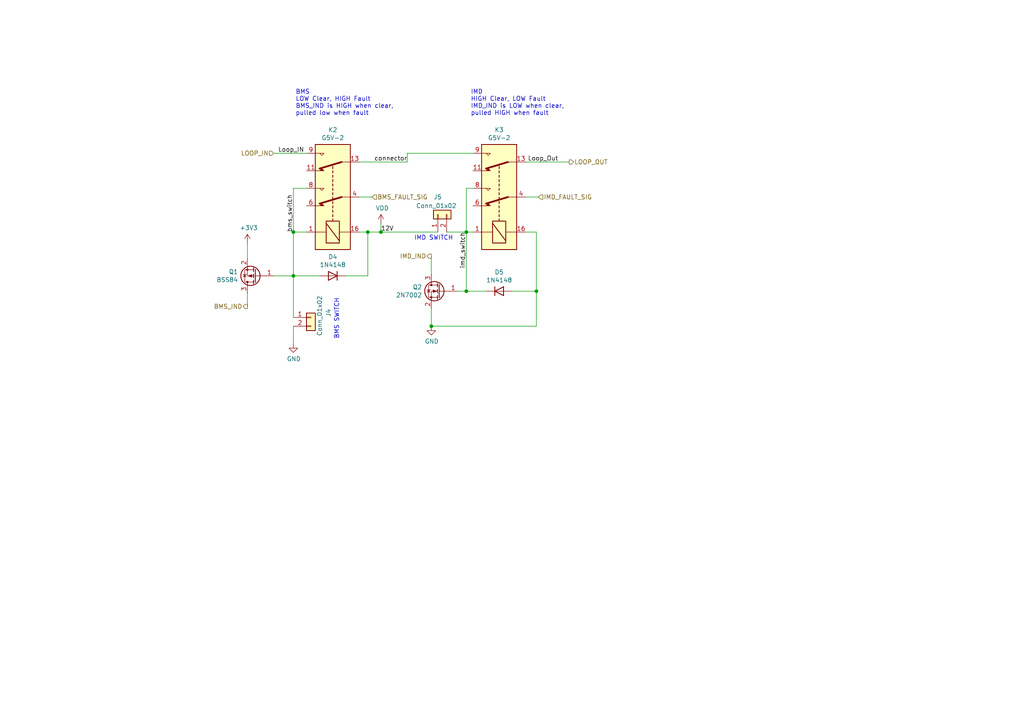
<source format=kicad_sch>
(kicad_sch (version 20211123) (generator eeschema)
  (paper "A4")
  (lib_symbols
    (symbol "Connector_Generic:Conn_01x02" (pin_names (offset 1.016) hide)
      (property "Reference" "J" (at 0 2.54 0))
      (property "Value" "Conn_01x02" (at 0 -5.08 0))
      (symbol "Conn_01x02_1_1"
        (rectangle (start -1.27 -2.413) (end 0 -2.667) (stroke (width 0.1524)))
        (rectangle (start -1.27 0.127) (end 0 -0.127) (stroke (width 0.1524)))
        (rectangle (start -1.27 1.27) (end 1.27 -3.81) (stroke (width 0.254)) (fill (type background)))
        (pin passive line (at -5.08 0 0) (length 3.81) (name "Pin_1") (number "1"))
        (pin passive line (at -5.08 -2.54 0) (length 3.81) (name "Pin_2") (number "2"))
      )
    )
    (symbol "Diode:1N4148" (pin_numbers hide) (pin_names (offset 1.016) hide)
      (property "Reference" "D" (at 0 2.54 0))
      (property "Value" "1N4148" (at 0 -2.54 0))
      (symbol "1N4148_0_1"
        (polyline (pts (xy -1.27 1.27) (xy -1.27 -1.27)) (stroke (width 0.254)))
        (polyline (pts (xy 1.27 0) (xy -1.27 0)))
        (polyline (pts (xy 1.27 1.27) (xy 1.27 -1.27) (xy -1.27 0) (xy 1.27 1.27)) (stroke (width 0.254)))
      )
      (symbol "1N4148_1_1"
        (pin passive line (at -3.81 0 0) (length 2.54) (name "K") (number "1"))
        (pin passive line (at 3.81 0 180) (length 2.54) (name "A") (number "2"))
      )
    )
    (symbol "Relay:G5V-2"
      (property "Reference" "K" (at 16.51 3.81 0))
      (property "Value" "G5V-2" (at 16.51 1.27 0))
      (symbol "G5V-2_0_1"
        (rectangle (start -15.24 5.08) (end 15.24 -5.08) (stroke (width 0.254)) (fill (type background)))
        (rectangle (start -13.335 1.905) (end -6.985 -1.905) (stroke (width 0.254)))
        (polyline (pts (xy -12.7 -1.905) (xy -7.62 1.905)) (stroke (width 0.254)))
        (polyline (pts (xy -10.16 -5.08) (xy -10.16 -1.905)))
        (polyline (pts (xy -10.16 5.08) (xy -10.16 1.905)))
        (polyline (pts (xy -6.985 0) (xy -6.35 0)) (stroke (width 0.254)))
        (polyline (pts (xy -5.715 0) (xy -5.08 0)) (stroke (width 0.254)))
        (polyline (pts (xy -4.445 0) (xy -3.81 0)) (stroke (width 0.254)))
        (polyline (pts (xy -3.175 0) (xy -2.54 0)) (stroke (width 0.254)))
        (polyline (pts (xy -1.905 0) (xy -1.27 0)) (stroke (width 0.254)))
        (polyline (pts (xy -0.635 0) (xy 0 0)) (stroke (width 0.254)))
        (polyline (pts (xy 0 -2.54) (xy -1.905 3.81)) (stroke (width 0.508)))
        (polyline (pts (xy 0 -2.54) (xy 0 -5.08)))
        (polyline (pts (xy 0.635 0) (xy 1.27 0)) (stroke (width 0.254)))
        (polyline (pts (xy 1.905 0) (xy 2.54 0)) (stroke (width 0.254)))
        (polyline (pts (xy 3.175 0) (xy 3.81 0)) (stroke (width 0.254)))
        (polyline (pts (xy 4.445 0) (xy 5.08 0)) (stroke (width 0.254)))
        (polyline (pts (xy 5.715 0) (xy 6.35 0)) (stroke (width 0.254)))
        (polyline (pts (xy 6.985 0) (xy 7.62 0)) (stroke (width 0.254)))
        (polyline (pts (xy 8.255 0) (xy 8.89 0)) (stroke (width 0.254)))
        (polyline (pts (xy 10.16 -2.54) (xy 8.255 3.81)) (stroke (width 0.508)))
        (polyline (pts (xy 10.16 -2.54) (xy 10.16 -5.08)))
        (polyline (pts (xy -2.54 5.08) (xy -2.54 2.54) (xy -1.905 3.175) (xy -2.54 3.81)) (fill (type outline)))
        (polyline (pts (xy 2.54 5.08) (xy 2.54 2.54) (xy 1.905 3.175) (xy 2.54 3.81)))
        (polyline (pts (xy 7.62 5.08) (xy 7.62 2.54) (xy 8.255 3.175) (xy 7.62 3.81)) (fill (type outline)))
        (polyline (pts (xy 12.7 5.08) (xy 12.7 2.54) (xy 12.065 3.175) (xy 12.7 3.81)))
      )
      (symbol "G5V-2_1_1"
        (pin passive line (at -10.16 7.62 270) (length 2.54) (name "~") (number "1"))
        (pin passive line (at 7.62 7.62 270) (length 2.54) (name "~") (number "11"))
        (pin passive line (at 10.16 -7.62 90) (length 2.54) (name "~") (number "13"))
        (pin passive line (at -10.16 -7.62 90) (length 2.54) (name "~") (number "16"))
        (pin passive line (at 0 -7.62 90) (length 2.54) (name "~") (number "4"))
        (pin passive line (at -2.54 7.62 270) (length 2.54) (name "~") (number "6"))
        (pin passive line (at 2.54 7.62 270) (length 2.54) (name "~") (number "8"))
        (pin passive line (at 12.7 7.62 270) (length 2.54) (name "~") (number "9"))
      )
    )
    (symbol "Transistor_FET:2N7002" (pin_names hide)
      (property "Reference" "Q" (at 5.08 1.905 0))
      (property "Value" "2N7002" (at 5.08 0 0))
      (symbol "2N7002_0_1"
        (polyline (pts (xy 0.254 0) (xy -2.54 0)))
        (polyline (pts (xy 0.254 1.905) (xy 0.254 -1.905)) (stroke (width 0.254)))
        (polyline (pts (xy 0.762 -1.27) (xy 0.762 -2.286)) (stroke (width 0.254)))
        (polyline (pts (xy 0.762 0.508) (xy 0.762 -0.508)) (stroke (width 0.254)))
        (polyline (pts (xy 0.762 2.286) (xy 0.762 1.27)) (stroke (width 0.254)))
        (polyline (pts (xy 2.54 2.54) (xy 2.54 1.778)))
        (polyline (pts (xy 2.54 -2.54) (xy 2.54 0) (xy 0.762 0)))
        (polyline (pts (xy 0.762 -1.778) (xy 3.302 -1.778) (xy 3.302 1.778) (xy 0.762 1.778)))
        (polyline (pts (xy 1.016 0) (xy 2.032 0.381) (xy 2.032 -0.381) (xy 1.016 0)) (fill (type outline)))
        (polyline (pts (xy 2.794 0.508) (xy 2.921 0.381) (xy 3.683 0.381) (xy 3.81 0.254)))
        (polyline (pts (xy 3.302 0.381) (xy 2.921 -0.254) (xy 3.683 -0.254) (xy 3.302 0.381)))
        (circle (center 1.651 0) (radius 2.794) (stroke (width 0.254)))
        (circle (center 2.54 -1.778) (radius 0.254) (fill (type outline)))
        (circle (center 2.54 1.778) (radius 0.254) (fill (type outline)))
      )
      (symbol "2N7002_1_1"
        (pin input line (at -5.08 0 0) (length 2.54) (name "G") (number "1"))
        (pin passive line (at 2.54 -5.08 90) (length 2.54) (name "S") (number "2"))
        (pin passive line (at 2.54 5.08 270) (length 2.54) (name "D") (number "3"))
      )
    )
    (symbol "Transistor_FET:BSS84" (pin_names hide)
      (property "Reference" "Q" (at 5.08 1.905 0))
      (property "Value" "BSS84" (at 5.08 0 0))
      (symbol "BSS84_0_1"
        (polyline (pts (xy 0.254 0) (xy -2.54 0)))
        (polyline (pts (xy 0.254 1.905) (xy 0.254 -1.905)) (stroke (width 0.254)))
        (polyline (pts (xy 0.762 -1.27) (xy 0.762 -2.286)) (stroke (width 0.254)))
        (polyline (pts (xy 0.762 0.508) (xy 0.762 -0.508)) (stroke (width 0.254)))
        (polyline (pts (xy 0.762 2.286) (xy 0.762 1.27)) (stroke (width 0.254)))
        (polyline (pts (xy 2.54 2.54) (xy 2.54 1.778)))
        (polyline (pts (xy 2.54 -2.54) (xy 2.54 0) (xy 0.762 0)))
        (polyline (pts (xy 0.762 1.778) (xy 3.302 1.778) (xy 3.302 -1.778) (xy 0.762 -1.778)))
        (polyline (pts (xy 2.286 0) (xy 1.27 0.381) (xy 1.27 -0.381) (xy 2.286 0)) (fill (type outline)))
        (polyline (pts (xy 2.794 -0.508) (xy 2.921 -0.381) (xy 3.683 -0.381) (xy 3.81 -0.254)))
        (polyline (pts (xy 3.302 -0.381) (xy 2.921 0.254) (xy 3.683 0.254) (xy 3.302 -0.381)))
        (circle (center 1.651 0) (radius 2.794) (stroke (width 0.254)))
        (circle (center 2.54 -1.778) (radius 0.254) (fill (type outline)))
        (circle (center 2.54 1.778) (radius 0.254) (fill (type outline)))
      )
      (symbol "BSS84_1_1"
        (pin input line (at -5.08 0 0) (length 2.54) (name "G") (number "1"))
        (pin passive line (at 2.54 -5.08 90) (length 2.54) (name "S") (number "2"))
        (pin passive line (at 2.54 5.08 270) (length 2.54) (name "D") (number "3"))
      )
    )
    (symbol "power:+3.3V" (power) (pin_names (offset 0))
      (property "Value" "+3.3V" (at 0 3.556 0))
      (symbol "+3.3V_0_1"
        (polyline (pts (xy -0.762 1.27) (xy 0 2.54)))
        (polyline (pts (xy 0 0) (xy 0 2.54)))
        (polyline (pts (xy 0 2.54) (xy 0.762 1.27)))
      )
      (symbol "+3.3V_1_1"
        (pin power_in line (at 0 0 90) (length 0) hide (name "+3V3") (number "1"))
      )
    )
    (symbol "power:GND" (power) (pin_names (offset 0))
      (property "Value" "GND" (at 0 -3.81 0))
      (symbol "GND_0_1"
        (polyline (pts (xy 0 0) (xy 0 -1.27) (xy 1.27 -1.27) (xy 0 -2.54) (xy -1.27 -1.27) (xy 0 -1.27)))
      )
      (symbol "GND_1_1"
        (pin power_in line (at 0 0 270) (length 0) hide (name "GND") (number "1"))
      )
    )
    (symbol "power:VDD" (power) (pin_names (offset 0))
      (property "Value" "VDD" (at 0 3.81 0))
      (symbol "VDD_0_1"
        (polyline (pts (xy -0.762 1.27) (xy 0 2.54)))
        (polyline (pts (xy 0 0) (xy 0 2.54)))
        (polyline (pts (xy 0 2.54) (xy 0.762 1.27)))
      )
      (symbol "VDD_1_1"
        (pin power_in line (at 0 0 90) (length 0) hide (name "VDD") (number "1"))
      )
    )
  )
  (junction (at 85.09 67.31))
  (junction (at 110.49 67.31))
  (junction (at 125.095 94.615))
  (junction (at 135.255 84.455))
  (junction (at 135.255 67.31))
  (junction (at 85.09 80.01))
  (junction (at 155.575 84.455))
  (junction (at 106.68 67.31))
  (wire (pts (xy 155.575 84.455) (xy 155.575 67.31)))
  (wire (pts (xy 118.11 46.99) (xy 118.11 44.45)))
  (wire (pts (xy 125.095 74.295) (xy 125.095 79.375)))
  (wire (pts (xy 106.68 67.31) (xy 104.14 67.31)))
  (wire (pts (xy 165.1 46.99) (xy 152.4 46.99)))
  (wire (pts (xy 92.71 80.01) (xy 85.09 80.01)))
  (wire (pts (xy 118.11 44.45) (xy 137.16 44.45)))
  (wire (pts (xy 107.95 57.15) (xy 104.14 57.15)))
  (wire (pts (xy 104.14 46.99) (xy 118.11 46.99)))
  (wire (pts (xy 85.09 67.31) (xy 88.9 67.31)))
  (wire (pts (xy 110.49 67.31) (xy 106.68 67.31)))
  (wire (pts (xy 155.575 94.615) (xy 125.095 94.615)))
  (wire (pts (xy 125.095 94.615) (xy 125.095 89.535)))
  (wire (pts (xy 106.68 80.01) (xy 106.68 67.31)))
  (wire (pts (xy 155.575 67.31) (xy 152.4 67.31)))
  (wire (pts (xy 135.255 54.61) (xy 135.255 67.31)))
  (wire (pts (xy 135.255 84.455) (xy 135.255 67.31)))
  (wire (pts (xy 88.9 54.61) (xy 85.09 54.61)))
  (wire (pts (xy 79.375 44.45) (xy 88.9 44.45)))
  (wire (pts (xy 135.255 84.455) (xy 132.715 84.455)))
  (wire (pts (xy 155.575 84.455) (xy 155.575 94.615)))
  (wire (pts (xy 129.54 67.31) (xy 135.255 67.31)))
  (wire (pts (xy 85.09 99.695) (xy 85.09 94.615)))
  (wire (pts (xy 110.49 64.77) (xy 110.49 67.31)))
  (wire (pts (xy 135.255 67.31) (xy 137.16 67.31)))
  (wire (pts (xy 71.755 70.485) (xy 71.755 74.93)))
  (wire (pts (xy 127 67.31) (xy 110.49 67.31)))
  (wire (pts (xy 156.21 57.15) (xy 152.4 57.15)))
  (wire (pts (xy 71.755 88.9) (xy 71.755 85.09)))
  (wire (pts (xy 85.09 80.01) (xy 85.09 67.31)))
  (wire (pts (xy 79.375 80.01) (xy 85.09 80.01)))
  (wire (pts (xy 85.09 54.61) (xy 85.09 67.31)))
  (wire (pts (xy 140.97 84.455) (xy 135.255 84.455)))
  (wire (pts (xy 148.59 84.455) (xy 155.575 84.455)))
  (wire (pts (xy 137.16 54.61) (xy 135.255 54.61)))
  (wire (pts (xy 85.09 80.01) (xy 85.09 92.075)))
  (wire (pts (xy 100.33 80.01) (xy 106.68 80.01)))
  (text "IMD SWITCH" (at 131.445 69.85 180) (effects (font (size 1.27 1.27)) (justify right bottom)))
  (text "IMD\nHIGH Clear, LOW Fault\nIMD_IND is LOW when clear, \npulled HIGH when fault" (at 136.525 33.655 0) (effects (font (size 1.27 1.27)) (justify left bottom)))
  (text "BMS\nLOW Clear, HIGH Fault\nBMS_IND is HIGH when clear, \npulled low when fault" (at 85.725 33.655 0) (effects (font (size 1.27 1.27)) (justify left bottom)))
  (text "BMS SWITCH" (at 98.425 98.425 90) (effects (font (size 1.27 1.27)) (justify left bottom)))
  (label "12V" (at 110.49 67.31 0))
  (label "bms_switch" (at 85.09 67.31 90))
  (label "Loop_IN" (at 80.645 44.45 0))
  (label "Loop_Out" (at 161.925 46.99 180))
  (label "connector" (at 118.11 46.99 180))
  (label "imd_switch" (at 135.255 67.31 270))
  (hierarchical_label "IMD_FAULT_SIG" (shape input) (at 156.21 57.15 0))
  (hierarchical_label "LOOP_IN" (shape input) (at 79.375 44.45 180))
  (hierarchical_label "LOOP_OUT" (shape output) (at 165.1 46.99 0))
  (hierarchical_label "BMS_FAULT_SIG" (shape input) (at 107.95 57.15 0))
  (hierarchical_label "IMD_IND" (shape output) (at 125.095 74.295 180))
  (hierarchical_label "BMS_IND" (shape output) (at 71.755 88.9 180))
  (symbol (lib_id "Relay:G5V-2") (at 96.52 57.15 90) (unit 1)
    (property "Reference" "K2" (at 96.52 37.6682 90))
    (property "Value" "G5V-2" (at 96.52 39.9796 90))
    (property "Footprint" "Relay_THT:Relay_DPDT_Omron_G5V-2" (effects hide))
    (property "Datasheet" "http://omronfs.omron.com/en_US/ecb/products/pdf/en-g5v_2.pdf" (effects hide))
  )
  (symbol (lib_id "Relay:G5V-2") (at 144.78 57.15 90) (unit 1)
    (property "Reference" "K3" (at 144.78 37.6682 90))
    (property "Value" "G5V-2" (at 144.78 39.9796 90))
    (property "Footprint" "Relay_THT:Relay_DPDT_Omron_G5V-2" (effects hide))
    (property "Datasheet" "http://omronfs.omron.com/en_US/ecb/products/pdf/en-g5v_2.pdf" (effects hide))
  )
  (symbol (lib_id "Connector_Generic:Conn_01x02") (at 127 62.23 90) (unit 1)
    (property "Reference" "J5" (at 125.73 57.15 90) (effects (justify right)))
    (property "Value" "Conn_01x02" (at 120.65 59.69 90) (effects (justify right)))
    (property "Footprint" "Connector_JST:JST_XH_B2B-XH-AM_1x02_P2.50mm_Vertical" (effects hide))
  )
  (symbol (lib_id "Connector_Generic:Conn_01x02") (at 90.17 92.075 0) (unit 1)
    (property "Reference" "J4" (at 95.25 89.535 90) (effects (justify right)))
    (property "Value" "Conn_01x02" (at 92.71 85.725 90) (effects (justify right)))
    (property "Footprint" "Connector_JST:JST_XH_B2B-XH-AM_1x02_P2.50mm_Vertical" (effects hide))
  )
  (symbol (lib_id "power:VDD") (at 110.49 64.77 0) (unit 1)
    (property "Reference" "#PWR0117" (effects hide))
    (property "Value" "VDD" (at 110.871 60.3758 0))
  )
  (symbol (lib_id "Transistor_FET:2N7002") (at 127.635 84.455 0) (mirror y) (unit 1)
    (property "Reference" "Q2" (at 122.428 83.2866 0) (effects (justify left)))
    (property "Value" "2N7002" (at 122.428 85.598 0) (effects (justify left)))
    (property "Footprint" "Package_TO_SOT_SMD:SOT-23" (effects hide))
    (property "Datasheet" "https://www.onsemi.com/pub/Collateral/NDS7002A-D.PDF" (effects hide))
  )
  (symbol (lib_id "Diode:1N4148") (at 144.78 84.455 0) (unit 1)
    (property "Reference" "D5" (at 144.78 78.9432 0))
    (property "Value" "1N4148" (at 144.78 81.2546 0))
    (property "Footprint" "Diode_THT:D_DO-35_SOD27_P7.62mm_Horizontal" (effects hide))
    (property "Datasheet" "https://assets.nexperia.com/documents/data-sheet/1N4148_1N4448.pdf" (effects hide))
  )
  (symbol (lib_id "Diode:1N4148") (at 96.52 80.01 180) (unit 1)
    (property "Reference" "D4" (at 96.52 74.4982 0))
    (property "Value" "1N4148" (at 96.52 76.8096 0))
    (property "Footprint" "Diode_THT:D_DO-35_SOD27_P7.62mm_Horizontal" (effects hide))
    (property "Datasheet" "https://assets.nexperia.com/documents/data-sheet/1N4148_1N4448.pdf" (effects hide))
  )
  (symbol (lib_id "Transistor_FET:BSS84") (at 74.295 80.01 180) (unit 1)
    (property "Reference" "Q1" (at 69.088 78.8416 0) (effects (justify left)))
    (property "Value" "BSS84" (at 69.088 81.153 0) (effects (justify left)))
    (property "Footprint" "Package_TO_SOT_SMD:SOT-23" (effects hide))
    (property "Datasheet" "http://assets.nexperia.com/documents/data-sheet/BSS84.pdf" (effects hide))
  )
  (symbol (lib_id "power:GND") (at 85.09 99.695 0) (unit 1)
    (property "Reference" "#PWR0118" (effects hide))
    (property "Value" "GND" (at 85.217 104.0892 0))
  )
  (symbol (lib_id "power:GND") (at 125.095 94.615 0) (unit 1)
    (property "Reference" "#PWR0119" (effects hide))
    (property "Value" "GND" (at 125.222 99.0092 0))
  )
  (symbol (lib_id "power:+3.3V") (at 71.755 70.485 0) (unit 1)
    (property "Reference" "#PWR0120" (effects hide))
    (property "Value" "+3.3V" (at 72.136 66.0908 0))
  )
)
</source>
